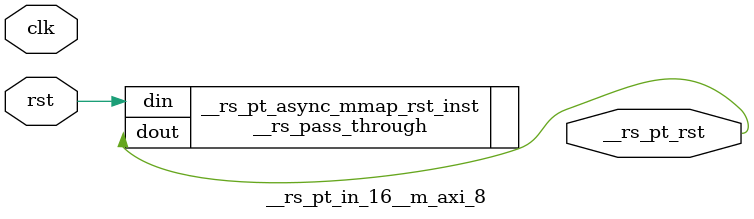
<source format=v>
`timescale 1 ns / 1 ps
/**   Generated by RapidStream   **/
module __rs_pt_in_16__m_axi_8 #(
    parameter BufferSize         = 32,
    parameter BufferSizeLog      = 5,
    parameter AddrWidth          = 64,
    parameter AxiSideAddrWidth   = 64,
    parameter DataWidth          = 512,
    parameter DataWidthBytesLog  = 6,
    parameter WaitTimeWidth      = 4,
    parameter BurstLenWidth      = 8,
    parameter EnableReadChannel  = 1,
    parameter EnableWriteChannel = 1,
    parameter MaxWaitTime        = 3,
    parameter MaxBurstLen        = 15
) (
    output wire __rs_pt_rst,
    input wire  clk,
    input wire  rst
);




__rs_pass_through #(
    .WIDTH (1)
) __rs_pt_async_mmap_rst_inst /**   Generated by RapidStream   **/ (
    .din  (rst),
    .dout (__rs_pt_rst)
);

endmodule  // __rs_pt_in_16__m_axi_8
</source>
